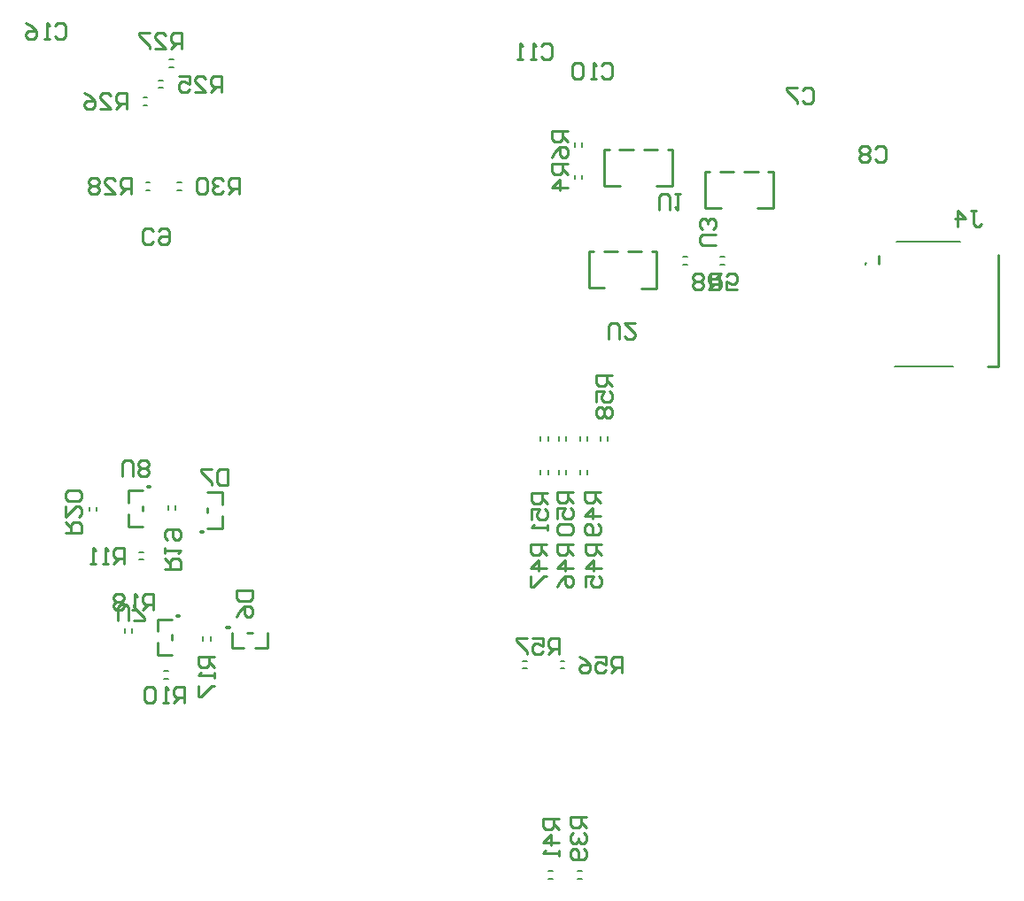
<source format=gbo>
G04 Layer_Color=32896*
%FSLAX25Y25*%
%MOIN*%
G70*
G01*
G75*
%ADD27C,0.01181*%
%ADD76C,0.01000*%
%ADD77C,0.00787*%
D27*
X188484Y287205D02*
X187697D01*
X188484D01*
X168504Y304035D02*
X167717D01*
X168504D01*
X179429Y255610D02*
X178642D01*
X179429D01*
X198327Y251279D02*
X197539D01*
X198327D01*
D76*
X487847Y349508D02*
Y391361D01*
X483847Y349508D02*
X487847D01*
X442847Y388008D02*
Y391008D01*
X190256Y294291D02*
Y296260D01*
X195768Y288583D02*
Y293110D01*
X190256Y288583D02*
X195768D01*
Y297441D02*
Y302165D01*
X190256D02*
X195768D01*
X165945Y294980D02*
Y296949D01*
X160433Y298130D02*
Y302657D01*
X165945D01*
X160433Y289075D02*
Y293799D01*
Y289075D02*
X165945D01*
X176870Y246555D02*
Y248524D01*
X171358Y249705D02*
Y254232D01*
X176870D01*
X171358Y240650D02*
Y245374D01*
Y240650D02*
X176870D01*
X205020Y249114D02*
X206988D01*
X199311Y243602D02*
X203839D01*
X199311D02*
Y249114D01*
X208169Y243602D02*
X212894D01*
Y249114D01*
X377461Y409154D02*
X383366D01*
X377461D02*
Y422736D01*
X397146Y408957D02*
X403051D01*
X377461Y422736D02*
X379232D01*
X383169D02*
X388287D01*
X392224D02*
X397343D01*
X403051Y408957D02*
Y422736D01*
X401280D02*
X403051D01*
X333661Y379134D02*
X339567D01*
X333661D02*
Y392717D01*
X353346Y378937D02*
X359252D01*
X333661Y392717D02*
X335433D01*
X339370D02*
X344488D01*
X348425D02*
X353543D01*
X359252Y378937D02*
Y392717D01*
X357480D02*
X359252D01*
X339567Y417520D02*
X345472D01*
X339567D02*
Y431102D01*
X359252Y417323D02*
X365158D01*
X339567Y431102D02*
X341338D01*
X345275D02*
X350394D01*
X354331D02*
X359449D01*
X365158Y417323D02*
Y431102D01*
X363386D02*
X365158D01*
X159941Y446358D02*
Y452356D01*
X156942D01*
X155942Y451357D01*
Y449357D01*
X156942Y448358D01*
X159941D01*
X157942D02*
X155942Y446358D01*
X149944D02*
X153943D01*
X149944Y450357D01*
Y451357D01*
X150944Y452356D01*
X152943D01*
X153943Y451357D01*
X143946Y452356D02*
X145946Y451357D01*
X147945Y449357D01*
Y447358D01*
X146945Y446358D01*
X144946D01*
X143946Y447358D01*
Y448358D01*
X144946Y449357D01*
X147945D01*
X132801Y477898D02*
X133801Y478898D01*
X135800D01*
X136800Y477898D01*
Y473900D01*
X135800Y472900D01*
X133801D01*
X132801Y473900D01*
X130802Y472900D02*
X128803D01*
X129802D01*
Y478898D01*
X130802Y477898D01*
X121805Y478898D02*
X123804Y477898D01*
X125804Y475899D01*
Y473900D01*
X124804Y472900D01*
X122804D01*
X121805Y473900D01*
Y474899D01*
X122804Y475899D01*
X125804D01*
X202264Y414370D02*
Y420368D01*
X199265D01*
X198265Y419369D01*
Y417369D01*
X199265Y416369D01*
X202264D01*
X200264D02*
X198265Y414370D01*
X196266Y419369D02*
X195266Y420368D01*
X193267D01*
X192267Y419369D01*
Y418369D01*
X193267Y417369D01*
X194266D01*
X193267D01*
X192267Y416369D01*
Y415370D01*
X193267Y414370D01*
X195266D01*
X196266Y415370D01*
X190268Y419369D02*
X189268Y420368D01*
X187269D01*
X186269Y419369D01*
Y415370D01*
X187269Y414370D01*
X189268D01*
X190268Y415370D01*
Y419369D01*
X161417Y414370D02*
Y420368D01*
X158418D01*
X157419Y419369D01*
Y417369D01*
X158418Y416369D01*
X161417D01*
X159418D02*
X157419Y414370D01*
X151421D02*
X155419D01*
X151421Y418369D01*
Y419369D01*
X152420Y420368D01*
X154420D01*
X155419Y419369D01*
X149421D02*
X148422Y420368D01*
X146422D01*
X145422Y419369D01*
Y418369D01*
X146422Y417369D01*
X145422Y416369D01*
Y415370D01*
X146422Y414370D01*
X148422D01*
X149421Y415370D01*
Y416369D01*
X148422Y417369D01*
X149421Y418369D01*
Y419369D01*
X148422Y417369D02*
X146422D01*
X180584Y468969D02*
Y474967D01*
X177584D01*
X176585Y473968D01*
Y471968D01*
X177584Y470969D01*
X180584D01*
X178584D02*
X176585Y468969D01*
X170587D02*
X174585D01*
X170587Y472968D01*
Y473968D01*
X171586Y474967D01*
X173586D01*
X174585Y473968D01*
X168587Y474967D02*
X164589D01*
Y473968D01*
X168587Y469969D01*
Y468969D01*
X195374Y452756D02*
Y458754D01*
X192375D01*
X191375Y457754D01*
Y455755D01*
X192375Y454755D01*
X195374D01*
X193375D02*
X191375Y452756D01*
X185377D02*
X189376D01*
X185377Y456755D01*
Y457754D01*
X186377Y458754D01*
X188376D01*
X189376Y457754D01*
X179379Y458754D02*
X183378D01*
Y455755D01*
X181378Y456755D01*
X180379D01*
X179379Y455755D01*
Y453756D01*
X180379Y452756D01*
X182378D01*
X183378Y453756D01*
X169845Y396576D02*
X168845Y395577D01*
X166846D01*
X165847Y396576D01*
Y400575D01*
X166846Y401575D01*
X168845D01*
X169845Y400575D01*
X171844D02*
X172844Y401575D01*
X174844D01*
X175843Y400575D01*
Y396576D01*
X174844Y395577D01*
X172844D01*
X171844Y396576D01*
Y397576D01*
X172844Y398576D01*
X175843D01*
X315883Y470057D02*
X316883Y471057D01*
X318882D01*
X319882Y470057D01*
Y466059D01*
X318882Y465059D01*
X316883D01*
X315883Y466059D01*
X313884Y465059D02*
X311884D01*
X312884D01*
Y471057D01*
X313884Y470057D01*
X308885Y465059D02*
X306886D01*
X307886D01*
Y471057D01*
X308885Y470057D01*
X338521Y462676D02*
X339521Y463675D01*
X341520D01*
X342520Y462676D01*
Y458677D01*
X341520Y457677D01*
X339521D01*
X338521Y458677D01*
X336522Y457677D02*
X334522D01*
X335522D01*
Y463675D01*
X336522Y462676D01*
X331523D02*
X330524Y463675D01*
X328524D01*
X327524Y462676D01*
Y458677D01*
X328524Y457677D01*
X330524D01*
X331523Y458677D01*
Y462676D01*
X414201Y453398D02*
X415201Y454398D01*
X417200D01*
X418200Y453398D01*
Y449400D01*
X417200Y448400D01*
X415201D01*
X414201Y449400D01*
X412202Y454398D02*
X408203D01*
Y453398D01*
X412202Y449400D01*
Y448400D01*
X477301Y408065D02*
X479300D01*
X478300D01*
Y403067D01*
X479300Y402067D01*
X480300D01*
X481299Y403067D01*
X472302Y402067D02*
Y408065D01*
X475301Y405066D01*
X471302D01*
X157972Y307978D02*
Y312977D01*
X158972Y313976D01*
X160971D01*
X161971Y312977D01*
Y307978D01*
X163970Y308978D02*
X164970Y307978D01*
X166970D01*
X167969Y308978D01*
Y309978D01*
X166970Y310977D01*
X167969Y311977D01*
Y312977D01*
X166970Y313976D01*
X164970D01*
X163970Y312977D01*
Y311977D01*
X164970Y310977D01*
X163970Y309978D01*
Y308978D01*
X164970Y310977D02*
X166970D01*
X156595Y253648D02*
Y258646D01*
X157594Y259646D01*
X159593D01*
X160593Y258646D01*
Y253648D01*
X162592D02*
X166591D01*
Y254647D01*
X162592Y258646D01*
Y259646D01*
X197736Y310821D02*
Y304823D01*
X194737D01*
X193737Y305822D01*
Y309821D01*
X194737Y310821D01*
X197736D01*
X191738D02*
X187739D01*
Y309821D01*
X191738Y305822D01*
Y304823D01*
X201293Y265158D02*
X207291D01*
Y262158D01*
X206292Y261159D01*
X202293D01*
X201293Y262158D01*
Y265158D01*
Y255161D02*
X202293Y257160D01*
X204292Y259159D01*
X206292D01*
X207291Y258160D01*
Y256160D01*
X206292Y255161D01*
X205292D01*
X204292Y256160D01*
Y259159D01*
X381490Y395177D02*
X376492D01*
X375492Y396177D01*
Y398176D01*
X376492Y399176D01*
X381490D01*
X380490Y401175D02*
X381490Y402175D01*
Y404174D01*
X380490Y405174D01*
X379491D01*
X378491Y404174D01*
Y403175D01*
Y404174D01*
X377491Y405174D01*
X376492D01*
X375492Y404174D01*
Y402175D01*
X376492Y401175D01*
X341043Y359651D02*
Y364650D01*
X342043Y365650D01*
X344042D01*
X345042Y364650D01*
Y359651D01*
X351040Y365650D02*
X347041D01*
X351040Y361651D01*
Y360651D01*
X350040Y359651D01*
X348041D01*
X347041Y360651D01*
X360236Y408372D02*
Y413370D01*
X361236Y414370D01*
X363235D01*
X364235Y413370D01*
Y408372D01*
X366234Y414370D02*
X368234D01*
X367234D01*
Y408372D01*
X366234Y409372D01*
X342520Y345965D02*
X336522D01*
Y342966D01*
X337521Y341966D01*
X339521D01*
X340520Y342966D01*
Y345965D01*
Y343965D02*
X342520Y341966D01*
X336522Y335968D02*
Y339967D01*
X339521D01*
X338521Y337967D01*
Y336967D01*
X339521Y335968D01*
X341520D01*
X342520Y336967D01*
Y338967D01*
X341520Y339967D01*
X337521Y333968D02*
X336522Y332969D01*
Y330969D01*
X337521Y329970D01*
X338521D01*
X339521Y330969D01*
X340520Y329970D01*
X341520D01*
X342520Y330969D01*
Y332969D01*
X341520Y333968D01*
X340520D01*
X339521Y332969D01*
X338521Y333968D01*
X337521D01*
X339521Y332969D02*
Y330969D01*
X322342Y241142D02*
Y247140D01*
X319343D01*
X318344Y246140D01*
Y244141D01*
X319343Y243141D01*
X322342D01*
X320343D02*
X318344Y241142D01*
X312346Y247140D02*
X316344D01*
Y244141D01*
X314345Y245140D01*
X313345D01*
X312346Y244141D01*
Y242141D01*
X313345Y241142D01*
X315345D01*
X316344Y242141D01*
X310346Y247140D02*
X306348D01*
Y246140D01*
X310346Y242141D01*
Y241142D01*
X345965Y234252D02*
Y240250D01*
X342966D01*
X341966Y239250D01*
Y237251D01*
X342966Y236251D01*
X345965D01*
X343965D02*
X341966Y234252D01*
X335968Y240250D02*
X339967D01*
Y237251D01*
X337967Y238251D01*
X336967D01*
X335968Y237251D01*
Y235252D01*
X336967Y234252D01*
X338967D01*
X339967Y235252D01*
X329970Y240250D02*
X331969Y239250D01*
X333968Y237251D01*
Y235252D01*
X332969Y234252D01*
X330969D01*
X329970Y235252D01*
Y236251D01*
X330969Y237251D01*
X333968D01*
X338583Y282480D02*
X332585D01*
Y279481D01*
X333584Y278482D01*
X335584D01*
X336583Y279481D01*
Y282480D01*
Y280481D02*
X338583Y278482D01*
Y273483D02*
X332585D01*
X335584Y276482D01*
Y272483D01*
X332585Y266486D02*
Y270484D01*
X335584D01*
X334584Y268485D01*
Y267485D01*
X335584Y266486D01*
X337583D01*
X338583Y267485D01*
Y269484D01*
X337583Y270484D01*
X338090Y302165D02*
X332092D01*
Y299166D01*
X333092Y298167D01*
X335091D01*
X336091Y299166D01*
Y302165D01*
Y300166D02*
X338090Y298167D01*
Y293168D02*
X332092D01*
X335091Y296167D01*
Y292169D01*
X337091Y290169D02*
X338090Y289170D01*
Y287170D01*
X337091Y286171D01*
X333092D01*
X332092Y287170D01*
Y289170D01*
X333092Y290169D01*
X334092D01*
X335091Y289170D01*
Y286171D01*
X327756Y282480D02*
X321758D01*
Y279481D01*
X322758Y278482D01*
X324757D01*
X325757Y279481D01*
Y282480D01*
Y280481D02*
X327756Y278482D01*
Y273483D02*
X321758D01*
X324757Y276482D01*
Y272484D01*
X321758Y266486D02*
X322758Y268485D01*
X324757Y270484D01*
X326756D01*
X327756Y269484D01*
Y267485D01*
X326756Y266486D01*
X325757D01*
X324757Y267485D01*
Y270484D01*
X327756Y302165D02*
X321758D01*
Y299166D01*
X322758Y298167D01*
X324757D01*
X325757Y299166D01*
Y302165D01*
Y300166D02*
X327756Y298167D01*
X321758Y292169D02*
Y296167D01*
X324757D01*
X323757Y294168D01*
Y293168D01*
X324757Y292169D01*
X326756D01*
X327756Y293168D01*
Y295168D01*
X326756Y296167D01*
X322758Y290169D02*
X321758Y289170D01*
Y287170D01*
X322758Y286171D01*
X326756D01*
X327756Y287170D01*
Y289170D01*
X326756Y290169D01*
X322758D01*
X317913Y282480D02*
X311915D01*
Y279481D01*
X312915Y278482D01*
X314914D01*
X315914Y279481D01*
Y282480D01*
Y280481D02*
X317913Y278482D01*
Y273483D02*
X311915D01*
X314914Y276482D01*
Y272484D01*
X311915Y270484D02*
Y266486D01*
X312915D01*
X316914Y270484D01*
X317913D01*
X318003Y301654D02*
X312005D01*
Y298655D01*
X313005Y297655D01*
X315004D01*
X316004Y298655D01*
Y301654D01*
Y299654D02*
X318003Y297655D01*
X312005Y291657D02*
Y295655D01*
X315004D01*
X314004Y293656D01*
Y292656D01*
X315004Y291657D01*
X317003D01*
X318003Y292656D01*
Y294656D01*
X317003Y295655D01*
X318003Y289657D02*
Y287658D01*
Y288658D01*
X312005D01*
X313005Y289657D01*
X325787Y437992D02*
X319789D01*
Y434993D01*
X320789Y433993D01*
X322788D01*
X323788Y434993D01*
Y437992D01*
Y435993D02*
X325787Y433993D01*
X319789Y427995D02*
X320789Y429995D01*
X322788Y431994D01*
X324788D01*
X325787Y430994D01*
Y428995D01*
X324788Y427995D01*
X323788D01*
X322788Y428995D01*
Y431994D01*
X325787Y425689D02*
X319789D01*
Y422690D01*
X320789Y421690D01*
X322788D01*
X323788Y422690D01*
Y425689D01*
Y423690D02*
X325787Y421690D01*
Y416692D02*
X319789D01*
X322788Y419691D01*
Y415692D01*
X379429Y384350D02*
Y378352D01*
X382428D01*
X383428Y379352D01*
Y381351D01*
X382428Y382351D01*
X379429D01*
X381429D02*
X383428Y384350D01*
X389426Y378352D02*
X385427D01*
Y381351D01*
X387426Y380352D01*
X388426D01*
X389426Y381351D01*
Y383351D01*
X388426Y384350D01*
X386427D01*
X385427Y383351D01*
X382874Y378445D02*
Y384443D01*
X379875D01*
X378875Y383443D01*
Y381444D01*
X379875Y380444D01*
X382874D01*
X380875D02*
X378875Y378445D01*
X376876Y383443D02*
X375876Y384443D01*
X373877D01*
X372877Y383443D01*
Y382444D01*
X373877Y381444D01*
X372877Y380444D01*
Y379445D01*
X373877Y378445D01*
X375876D01*
X376876Y379445D01*
Y380444D01*
X375876Y381444D01*
X376876Y382444D01*
Y383443D01*
X375876Y381444D02*
X373877D01*
X332677Y179626D02*
X326679D01*
Y176627D01*
X327679Y175627D01*
X329678D01*
X330678Y176627D01*
Y179626D01*
Y177627D02*
X332677Y175627D01*
X327679Y173628D02*
X326679Y172628D01*
Y170629D01*
X327679Y169629D01*
X328678D01*
X329678Y170629D01*
Y171629D01*
Y170629D01*
X330678Y169629D01*
X331678D01*
X332677Y170629D01*
Y172628D01*
X331678Y173628D01*
Y167630D02*
X332677Y166630D01*
Y164631D01*
X331678Y163631D01*
X327679D01*
X326679Y164631D01*
Y166630D01*
X327679Y167630D01*
X328678D01*
X329678Y166630D01*
Y163631D01*
X322342Y179134D02*
X316344D01*
Y176135D01*
X317344Y175135D01*
X319343D01*
X320343Y176135D01*
Y179134D01*
Y177135D02*
X322342Y175135D01*
Y170137D02*
X316344D01*
X319343Y173136D01*
Y169137D01*
X322342Y167138D02*
Y165138D01*
Y166138D01*
X316344D01*
X317344Y167138D01*
X441370Y431591D02*
X442370Y432590D01*
X444369D01*
X445368Y431591D01*
Y427592D01*
X444369Y426592D01*
X442370D01*
X441370Y427592D01*
X439370Y431591D02*
X438371Y432590D01*
X436371D01*
X435372Y431591D01*
Y430591D01*
X436371Y429591D01*
X435372Y428591D01*
Y427592D01*
X436371Y426592D01*
X438371D01*
X439370Y427592D01*
Y428591D01*
X438371Y429591D01*
X439370Y430591D01*
Y431591D01*
X438371Y429591D02*
X436371D01*
X181595Y222933D02*
Y228931D01*
X178595D01*
X177596Y227931D01*
Y225932D01*
X178595Y224932D01*
X181595D01*
X179595D02*
X177596Y222933D01*
X175596D02*
X173597D01*
X174597D01*
Y228931D01*
X175596Y227931D01*
X170598D02*
X169598Y228931D01*
X167599D01*
X166599Y227931D01*
Y223933D01*
X167599Y222933D01*
X169598D01*
X170598Y223933D01*
Y227931D01*
X158957Y275098D02*
Y281097D01*
X155958D01*
X154958Y280097D01*
Y278098D01*
X155958Y277098D01*
X158957D01*
X156957D02*
X154958Y275098D01*
X152959D02*
X150959D01*
X151959D01*
Y281097D01*
X152959Y280097D01*
X147960Y275098D02*
X145961D01*
X146961D01*
Y281097D01*
X147960Y280097D01*
X192913Y240158D02*
X186915D01*
Y237158D01*
X187915Y236159D01*
X189914D01*
X190914Y237158D01*
Y240158D01*
Y238158D02*
X192913Y236159D01*
Y234159D02*
Y232160D01*
Y233160D01*
X186915D01*
X187915Y234159D01*
X186915Y229161D02*
Y225162D01*
X187915D01*
X191914Y229161D01*
X192913D01*
X169783Y257874D02*
Y263872D01*
X166784D01*
X165785Y262872D01*
Y260873D01*
X166784Y259873D01*
X169783D01*
X167784D02*
X165785Y257874D01*
X163785D02*
X161786D01*
X162786D01*
Y263872D01*
X163785Y262872D01*
X158787D02*
X157787Y263872D01*
X155788D01*
X154788Y262872D01*
Y261873D01*
X155788Y260873D01*
X154788Y259873D01*
Y258874D01*
X155788Y257874D01*
X157787D01*
X158787Y258874D01*
Y259873D01*
X157787Y260873D01*
X158787Y261873D01*
Y262872D01*
X157787Y260873D02*
X155788D01*
X174213Y273130D02*
X180211D01*
Y276129D01*
X179211Y277129D01*
X177212D01*
X176212Y276129D01*
Y273130D01*
Y275129D02*
X174213Y277129D01*
Y279128D02*
Y281127D01*
Y280128D01*
X180211D01*
X179211Y279128D01*
X175212Y284126D02*
X174213Y285126D01*
Y287125D01*
X175212Y288125D01*
X179211D01*
X180211Y287125D01*
Y285126D01*
X179211Y284126D01*
X178211D01*
X177212Y285126D01*
Y288125D01*
X136811Y286910D02*
X142809D01*
Y289909D01*
X141809Y290908D01*
X139810D01*
X138810Y289909D01*
Y286910D01*
Y288909D02*
X136811Y290908D01*
Y296906D02*
Y292908D01*
X140810Y296906D01*
X141809D01*
X142809Y295906D01*
Y293907D01*
X141809Y292908D01*
Y298906D02*
X142809Y299905D01*
Y301905D01*
X141809Y302904D01*
X137811D01*
X136811Y301905D01*
Y299905D01*
X137811Y298906D01*
X141809D01*
D77*
X438266Y388008D02*
X437637Y388371D01*
Y387645D01*
X438266Y388008D01*
X175886Y464961D02*
X177461D01*
X175886Y462205D02*
X177461D01*
X171949Y457087D02*
X173524D01*
X171949Y454331D02*
X173524D01*
X166043Y450689D02*
X167618D01*
X166043Y447933D02*
X167618D01*
X167027Y418701D02*
X168602D01*
X167027Y415945D02*
X168602D01*
X178839Y418701D02*
X180413D01*
X178839Y415945D02*
X180413D01*
X340945Y321555D02*
Y323130D01*
X338189Y321555D02*
Y323130D01*
X308760Y235827D02*
X310335D01*
X308760Y238583D02*
X310335D01*
X323031Y235827D02*
X324606D01*
X323031Y238583D02*
X324606D01*
X164567Y279429D02*
X166142D01*
X164567Y276673D02*
X166142D01*
X448847Y349508D02*
X470847D01*
X449347Y396508D02*
X473347D01*
X175295Y295472D02*
Y297047D01*
X178051Y295472D02*
Y297047D01*
X148524Y294980D02*
Y296555D01*
X145768Y294980D02*
Y296555D01*
X328346Y432283D02*
Y433858D01*
X331102Y432283D02*
Y433858D01*
X328346Y419980D02*
Y421555D01*
X331102Y419980D02*
Y421555D01*
X173917Y234646D02*
X175492D01*
X173917Y231890D02*
X175492D01*
X159055Y249213D02*
Y250787D01*
X161811Y249213D02*
Y250787D01*
X188583Y246260D02*
Y247835D01*
X191339Y246260D02*
Y247835D01*
X383071Y390650D02*
X384646D01*
X383071Y387894D02*
X384646D01*
X369291Y390650D02*
X370866D01*
X369291Y387894D02*
X370866D01*
X329429Y159350D02*
X331004D01*
X329429Y156594D02*
X331004D01*
X318602D02*
X320177D01*
X318602Y159350D02*
X320177D01*
X315551Y321555D02*
Y323130D01*
X318307Y321555D02*
Y323130D01*
X315551Y308760D02*
Y310335D01*
X318307Y308760D02*
Y310335D01*
X330315Y321555D02*
Y323130D01*
X333071Y321555D02*
Y323130D01*
X322441Y321555D02*
Y323130D01*
X325197Y321555D02*
Y323130D01*
X322441Y308760D02*
Y310335D01*
X325197Y308760D02*
Y310335D01*
X330315Y308760D02*
Y310335D01*
X333071Y308760D02*
Y310335D01*
M02*

</source>
